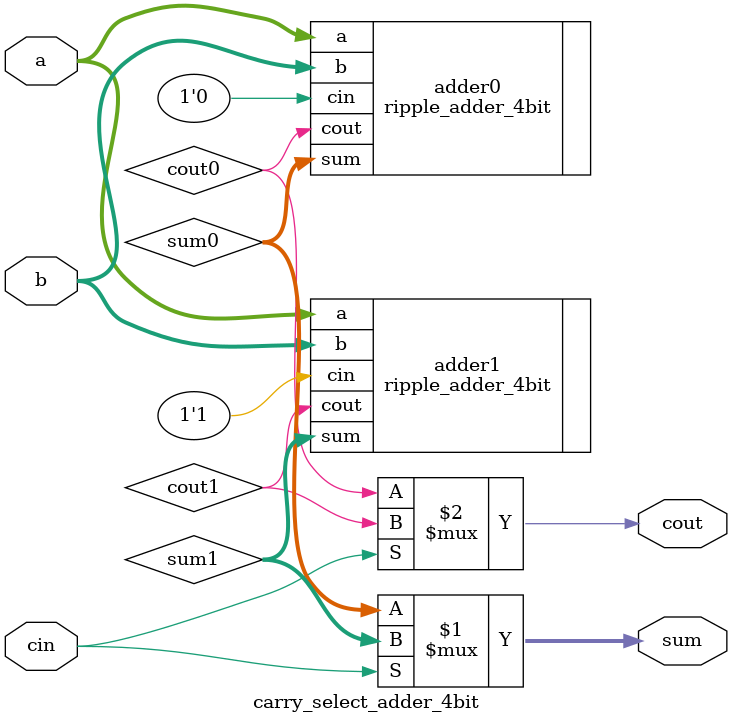
<source format=v>
module carry_select_adder_4bit (
    input [3:0] a, b,
    input cin,
    output [3:0] sum,
    output cout
);
    wire [3:0] sum0, sum1;
    wire cout0, cout1;

    // assume carry-in = 0
    ripple_adder_4bit adder0 (.a(a), .b(b), .cin(1'b0), .sum(sum0), .cout(cout0));
    // assume carry-in = 1
    ripple_adder_4bit adder1 (.a(a), .b(b), .cin(1'b1), .sum(sum1), .cout(cout1));

    assign sum  = cin ? sum1  : sum0;
    assign cout = cin ? cout1 : cout0;
endmodule


</source>
